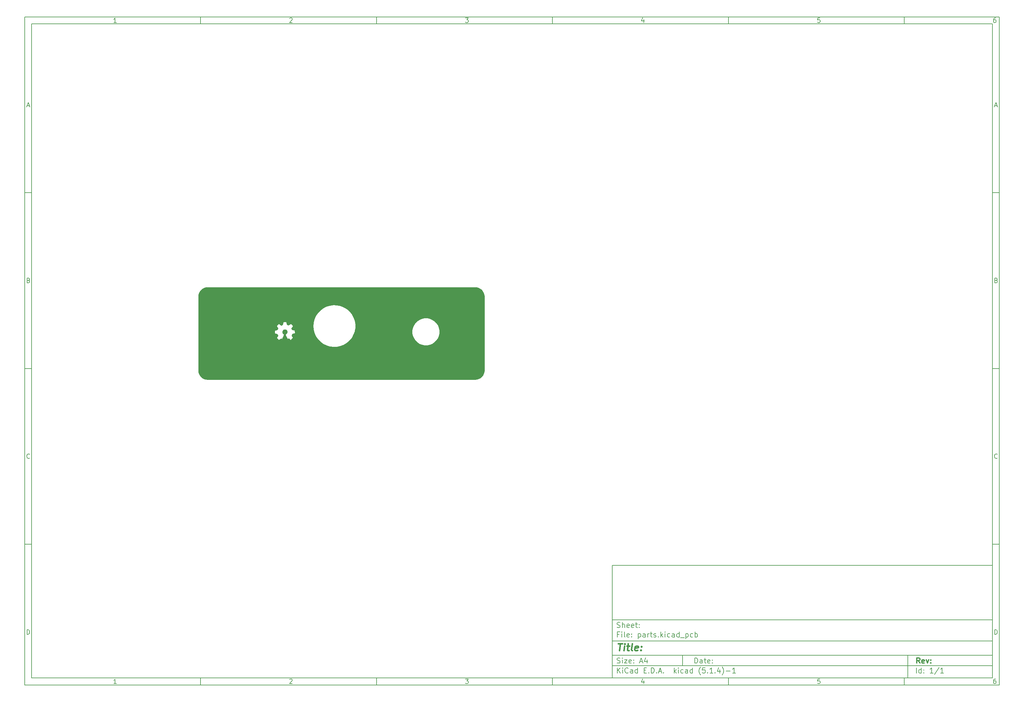
<source format=gtl>
G04 #@! TF.GenerationSoftware,KiCad,Pcbnew,(5.1.4)-1*
G04 #@! TF.CreationDate,2020-02-22T21:07:06+08:00*
G04 #@! TF.ProjectId,parts,70617274-732e-46b6-9963-61645f706362,rev?*
G04 #@! TF.SameCoordinates,Original*
G04 #@! TF.FileFunction,Copper,L1,Top*
G04 #@! TF.FilePolarity,Positive*
%FSLAX46Y46*%
G04 Gerber Fmt 4.6, Leading zero omitted, Abs format (unit mm)*
G04 Created by KiCad (PCBNEW (5.1.4)-1) date 2020-02-22 21:07:06*
%MOMM*%
%LPD*%
G04 APERTURE LIST*
%ADD10C,0.150000*%
%ADD11C,0.300000*%
%ADD12C,0.400000*%
%ADD13O,2.500000X1.500000*%
%ADD14C,0.600000*%
%ADD15C,4.560000*%
%ADD16C,0.800000*%
%ADD17C,0.900000*%
%ADD18C,0.600000*%
%ADD19C,0.254000*%
G04 APERTURE END LIST*
D10*
X177002200Y-166007200D02*
X177002200Y-198007200D01*
X285002200Y-198007200D01*
X285002200Y-166007200D01*
X177002200Y-166007200D01*
X10000000Y-10000000D02*
X10000000Y-200007200D01*
X287002200Y-200007200D01*
X287002200Y-10000000D01*
X10000000Y-10000000D01*
X12000000Y-12000000D02*
X12000000Y-198007200D01*
X285002200Y-198007200D01*
X285002200Y-12000000D01*
X12000000Y-12000000D01*
X60000000Y-12000000D02*
X60000000Y-10000000D01*
X110000000Y-12000000D02*
X110000000Y-10000000D01*
X160000000Y-12000000D02*
X160000000Y-10000000D01*
X210000000Y-12000000D02*
X210000000Y-10000000D01*
X260000000Y-12000000D02*
X260000000Y-10000000D01*
X36065476Y-11588095D02*
X35322619Y-11588095D01*
X35694047Y-11588095D02*
X35694047Y-10288095D01*
X35570238Y-10473809D01*
X35446428Y-10597619D01*
X35322619Y-10659523D01*
X85322619Y-10411904D02*
X85384523Y-10350000D01*
X85508333Y-10288095D01*
X85817857Y-10288095D01*
X85941666Y-10350000D01*
X86003571Y-10411904D01*
X86065476Y-10535714D01*
X86065476Y-10659523D01*
X86003571Y-10845238D01*
X85260714Y-11588095D01*
X86065476Y-11588095D01*
X135260714Y-10288095D02*
X136065476Y-10288095D01*
X135632142Y-10783333D01*
X135817857Y-10783333D01*
X135941666Y-10845238D01*
X136003571Y-10907142D01*
X136065476Y-11030952D01*
X136065476Y-11340476D01*
X136003571Y-11464285D01*
X135941666Y-11526190D01*
X135817857Y-11588095D01*
X135446428Y-11588095D01*
X135322619Y-11526190D01*
X135260714Y-11464285D01*
X185941666Y-10721428D02*
X185941666Y-11588095D01*
X185632142Y-10226190D02*
X185322619Y-11154761D01*
X186127380Y-11154761D01*
X236003571Y-10288095D02*
X235384523Y-10288095D01*
X235322619Y-10907142D01*
X235384523Y-10845238D01*
X235508333Y-10783333D01*
X235817857Y-10783333D01*
X235941666Y-10845238D01*
X236003571Y-10907142D01*
X236065476Y-11030952D01*
X236065476Y-11340476D01*
X236003571Y-11464285D01*
X235941666Y-11526190D01*
X235817857Y-11588095D01*
X235508333Y-11588095D01*
X235384523Y-11526190D01*
X235322619Y-11464285D01*
X285941666Y-10288095D02*
X285694047Y-10288095D01*
X285570238Y-10350000D01*
X285508333Y-10411904D01*
X285384523Y-10597619D01*
X285322619Y-10845238D01*
X285322619Y-11340476D01*
X285384523Y-11464285D01*
X285446428Y-11526190D01*
X285570238Y-11588095D01*
X285817857Y-11588095D01*
X285941666Y-11526190D01*
X286003571Y-11464285D01*
X286065476Y-11340476D01*
X286065476Y-11030952D01*
X286003571Y-10907142D01*
X285941666Y-10845238D01*
X285817857Y-10783333D01*
X285570238Y-10783333D01*
X285446428Y-10845238D01*
X285384523Y-10907142D01*
X285322619Y-11030952D01*
X60000000Y-198007200D02*
X60000000Y-200007200D01*
X110000000Y-198007200D02*
X110000000Y-200007200D01*
X160000000Y-198007200D02*
X160000000Y-200007200D01*
X210000000Y-198007200D02*
X210000000Y-200007200D01*
X260000000Y-198007200D02*
X260000000Y-200007200D01*
X36065476Y-199595295D02*
X35322619Y-199595295D01*
X35694047Y-199595295D02*
X35694047Y-198295295D01*
X35570238Y-198481009D01*
X35446428Y-198604819D01*
X35322619Y-198666723D01*
X85322619Y-198419104D02*
X85384523Y-198357200D01*
X85508333Y-198295295D01*
X85817857Y-198295295D01*
X85941666Y-198357200D01*
X86003571Y-198419104D01*
X86065476Y-198542914D01*
X86065476Y-198666723D01*
X86003571Y-198852438D01*
X85260714Y-199595295D01*
X86065476Y-199595295D01*
X135260714Y-198295295D02*
X136065476Y-198295295D01*
X135632142Y-198790533D01*
X135817857Y-198790533D01*
X135941666Y-198852438D01*
X136003571Y-198914342D01*
X136065476Y-199038152D01*
X136065476Y-199347676D01*
X136003571Y-199471485D01*
X135941666Y-199533390D01*
X135817857Y-199595295D01*
X135446428Y-199595295D01*
X135322619Y-199533390D01*
X135260714Y-199471485D01*
X185941666Y-198728628D02*
X185941666Y-199595295D01*
X185632142Y-198233390D02*
X185322619Y-199161961D01*
X186127380Y-199161961D01*
X236003571Y-198295295D02*
X235384523Y-198295295D01*
X235322619Y-198914342D01*
X235384523Y-198852438D01*
X235508333Y-198790533D01*
X235817857Y-198790533D01*
X235941666Y-198852438D01*
X236003571Y-198914342D01*
X236065476Y-199038152D01*
X236065476Y-199347676D01*
X236003571Y-199471485D01*
X235941666Y-199533390D01*
X235817857Y-199595295D01*
X235508333Y-199595295D01*
X235384523Y-199533390D01*
X235322619Y-199471485D01*
X285941666Y-198295295D02*
X285694047Y-198295295D01*
X285570238Y-198357200D01*
X285508333Y-198419104D01*
X285384523Y-198604819D01*
X285322619Y-198852438D01*
X285322619Y-199347676D01*
X285384523Y-199471485D01*
X285446428Y-199533390D01*
X285570238Y-199595295D01*
X285817857Y-199595295D01*
X285941666Y-199533390D01*
X286003571Y-199471485D01*
X286065476Y-199347676D01*
X286065476Y-199038152D01*
X286003571Y-198914342D01*
X285941666Y-198852438D01*
X285817857Y-198790533D01*
X285570238Y-198790533D01*
X285446428Y-198852438D01*
X285384523Y-198914342D01*
X285322619Y-199038152D01*
X10000000Y-60000000D02*
X12000000Y-60000000D01*
X10000000Y-110000000D02*
X12000000Y-110000000D01*
X10000000Y-160000000D02*
X12000000Y-160000000D01*
X10690476Y-35216666D02*
X11309523Y-35216666D01*
X10566666Y-35588095D02*
X11000000Y-34288095D01*
X11433333Y-35588095D01*
X11092857Y-84907142D02*
X11278571Y-84969047D01*
X11340476Y-85030952D01*
X11402380Y-85154761D01*
X11402380Y-85340476D01*
X11340476Y-85464285D01*
X11278571Y-85526190D01*
X11154761Y-85588095D01*
X10659523Y-85588095D01*
X10659523Y-84288095D01*
X11092857Y-84288095D01*
X11216666Y-84350000D01*
X11278571Y-84411904D01*
X11340476Y-84535714D01*
X11340476Y-84659523D01*
X11278571Y-84783333D01*
X11216666Y-84845238D01*
X11092857Y-84907142D01*
X10659523Y-84907142D01*
X11402380Y-135464285D02*
X11340476Y-135526190D01*
X11154761Y-135588095D01*
X11030952Y-135588095D01*
X10845238Y-135526190D01*
X10721428Y-135402380D01*
X10659523Y-135278571D01*
X10597619Y-135030952D01*
X10597619Y-134845238D01*
X10659523Y-134597619D01*
X10721428Y-134473809D01*
X10845238Y-134350000D01*
X11030952Y-134288095D01*
X11154761Y-134288095D01*
X11340476Y-134350000D01*
X11402380Y-134411904D01*
X10659523Y-185588095D02*
X10659523Y-184288095D01*
X10969047Y-184288095D01*
X11154761Y-184350000D01*
X11278571Y-184473809D01*
X11340476Y-184597619D01*
X11402380Y-184845238D01*
X11402380Y-185030952D01*
X11340476Y-185278571D01*
X11278571Y-185402380D01*
X11154761Y-185526190D01*
X10969047Y-185588095D01*
X10659523Y-185588095D01*
X287002200Y-60000000D02*
X285002200Y-60000000D01*
X287002200Y-110000000D02*
X285002200Y-110000000D01*
X287002200Y-160000000D02*
X285002200Y-160000000D01*
X285692676Y-35216666D02*
X286311723Y-35216666D01*
X285568866Y-35588095D02*
X286002200Y-34288095D01*
X286435533Y-35588095D01*
X286095057Y-84907142D02*
X286280771Y-84969047D01*
X286342676Y-85030952D01*
X286404580Y-85154761D01*
X286404580Y-85340476D01*
X286342676Y-85464285D01*
X286280771Y-85526190D01*
X286156961Y-85588095D01*
X285661723Y-85588095D01*
X285661723Y-84288095D01*
X286095057Y-84288095D01*
X286218866Y-84350000D01*
X286280771Y-84411904D01*
X286342676Y-84535714D01*
X286342676Y-84659523D01*
X286280771Y-84783333D01*
X286218866Y-84845238D01*
X286095057Y-84907142D01*
X285661723Y-84907142D01*
X286404580Y-135464285D02*
X286342676Y-135526190D01*
X286156961Y-135588095D01*
X286033152Y-135588095D01*
X285847438Y-135526190D01*
X285723628Y-135402380D01*
X285661723Y-135278571D01*
X285599819Y-135030952D01*
X285599819Y-134845238D01*
X285661723Y-134597619D01*
X285723628Y-134473809D01*
X285847438Y-134350000D01*
X286033152Y-134288095D01*
X286156961Y-134288095D01*
X286342676Y-134350000D01*
X286404580Y-134411904D01*
X285661723Y-185588095D02*
X285661723Y-184288095D01*
X285971247Y-184288095D01*
X286156961Y-184350000D01*
X286280771Y-184473809D01*
X286342676Y-184597619D01*
X286404580Y-184845238D01*
X286404580Y-185030952D01*
X286342676Y-185278571D01*
X286280771Y-185402380D01*
X286156961Y-185526190D01*
X285971247Y-185588095D01*
X285661723Y-185588095D01*
X200434342Y-193785771D02*
X200434342Y-192285771D01*
X200791485Y-192285771D01*
X201005771Y-192357200D01*
X201148628Y-192500057D01*
X201220057Y-192642914D01*
X201291485Y-192928628D01*
X201291485Y-193142914D01*
X201220057Y-193428628D01*
X201148628Y-193571485D01*
X201005771Y-193714342D01*
X200791485Y-193785771D01*
X200434342Y-193785771D01*
X202577200Y-193785771D02*
X202577200Y-193000057D01*
X202505771Y-192857200D01*
X202362914Y-192785771D01*
X202077200Y-192785771D01*
X201934342Y-192857200D01*
X202577200Y-193714342D02*
X202434342Y-193785771D01*
X202077200Y-193785771D01*
X201934342Y-193714342D01*
X201862914Y-193571485D01*
X201862914Y-193428628D01*
X201934342Y-193285771D01*
X202077200Y-193214342D01*
X202434342Y-193214342D01*
X202577200Y-193142914D01*
X203077200Y-192785771D02*
X203648628Y-192785771D01*
X203291485Y-192285771D02*
X203291485Y-193571485D01*
X203362914Y-193714342D01*
X203505771Y-193785771D01*
X203648628Y-193785771D01*
X204720057Y-193714342D02*
X204577200Y-193785771D01*
X204291485Y-193785771D01*
X204148628Y-193714342D01*
X204077200Y-193571485D01*
X204077200Y-193000057D01*
X204148628Y-192857200D01*
X204291485Y-192785771D01*
X204577200Y-192785771D01*
X204720057Y-192857200D01*
X204791485Y-193000057D01*
X204791485Y-193142914D01*
X204077200Y-193285771D01*
X205434342Y-193642914D02*
X205505771Y-193714342D01*
X205434342Y-193785771D01*
X205362914Y-193714342D01*
X205434342Y-193642914D01*
X205434342Y-193785771D01*
X205434342Y-192857200D02*
X205505771Y-192928628D01*
X205434342Y-193000057D01*
X205362914Y-192928628D01*
X205434342Y-192857200D01*
X205434342Y-193000057D01*
X177002200Y-194507200D02*
X285002200Y-194507200D01*
X178434342Y-196585771D02*
X178434342Y-195085771D01*
X179291485Y-196585771D02*
X178648628Y-195728628D01*
X179291485Y-195085771D02*
X178434342Y-195942914D01*
X179934342Y-196585771D02*
X179934342Y-195585771D01*
X179934342Y-195085771D02*
X179862914Y-195157200D01*
X179934342Y-195228628D01*
X180005771Y-195157200D01*
X179934342Y-195085771D01*
X179934342Y-195228628D01*
X181505771Y-196442914D02*
X181434342Y-196514342D01*
X181220057Y-196585771D01*
X181077200Y-196585771D01*
X180862914Y-196514342D01*
X180720057Y-196371485D01*
X180648628Y-196228628D01*
X180577200Y-195942914D01*
X180577200Y-195728628D01*
X180648628Y-195442914D01*
X180720057Y-195300057D01*
X180862914Y-195157200D01*
X181077200Y-195085771D01*
X181220057Y-195085771D01*
X181434342Y-195157200D01*
X181505771Y-195228628D01*
X182791485Y-196585771D02*
X182791485Y-195800057D01*
X182720057Y-195657200D01*
X182577200Y-195585771D01*
X182291485Y-195585771D01*
X182148628Y-195657200D01*
X182791485Y-196514342D02*
X182648628Y-196585771D01*
X182291485Y-196585771D01*
X182148628Y-196514342D01*
X182077200Y-196371485D01*
X182077200Y-196228628D01*
X182148628Y-196085771D01*
X182291485Y-196014342D01*
X182648628Y-196014342D01*
X182791485Y-195942914D01*
X184148628Y-196585771D02*
X184148628Y-195085771D01*
X184148628Y-196514342D02*
X184005771Y-196585771D01*
X183720057Y-196585771D01*
X183577200Y-196514342D01*
X183505771Y-196442914D01*
X183434342Y-196300057D01*
X183434342Y-195871485D01*
X183505771Y-195728628D01*
X183577200Y-195657200D01*
X183720057Y-195585771D01*
X184005771Y-195585771D01*
X184148628Y-195657200D01*
X186005771Y-195800057D02*
X186505771Y-195800057D01*
X186720057Y-196585771D02*
X186005771Y-196585771D01*
X186005771Y-195085771D01*
X186720057Y-195085771D01*
X187362914Y-196442914D02*
X187434342Y-196514342D01*
X187362914Y-196585771D01*
X187291485Y-196514342D01*
X187362914Y-196442914D01*
X187362914Y-196585771D01*
X188077200Y-196585771D02*
X188077200Y-195085771D01*
X188434342Y-195085771D01*
X188648628Y-195157200D01*
X188791485Y-195300057D01*
X188862914Y-195442914D01*
X188934342Y-195728628D01*
X188934342Y-195942914D01*
X188862914Y-196228628D01*
X188791485Y-196371485D01*
X188648628Y-196514342D01*
X188434342Y-196585771D01*
X188077200Y-196585771D01*
X189577200Y-196442914D02*
X189648628Y-196514342D01*
X189577200Y-196585771D01*
X189505771Y-196514342D01*
X189577200Y-196442914D01*
X189577200Y-196585771D01*
X190220057Y-196157200D02*
X190934342Y-196157200D01*
X190077200Y-196585771D02*
X190577200Y-195085771D01*
X191077200Y-196585771D01*
X191577200Y-196442914D02*
X191648628Y-196514342D01*
X191577200Y-196585771D01*
X191505771Y-196514342D01*
X191577200Y-196442914D01*
X191577200Y-196585771D01*
X194577200Y-196585771D02*
X194577200Y-195085771D01*
X194720057Y-196014342D02*
X195148628Y-196585771D01*
X195148628Y-195585771D02*
X194577200Y-196157200D01*
X195791485Y-196585771D02*
X195791485Y-195585771D01*
X195791485Y-195085771D02*
X195720057Y-195157200D01*
X195791485Y-195228628D01*
X195862914Y-195157200D01*
X195791485Y-195085771D01*
X195791485Y-195228628D01*
X197148628Y-196514342D02*
X197005771Y-196585771D01*
X196720057Y-196585771D01*
X196577200Y-196514342D01*
X196505771Y-196442914D01*
X196434342Y-196300057D01*
X196434342Y-195871485D01*
X196505771Y-195728628D01*
X196577200Y-195657200D01*
X196720057Y-195585771D01*
X197005771Y-195585771D01*
X197148628Y-195657200D01*
X198434342Y-196585771D02*
X198434342Y-195800057D01*
X198362914Y-195657200D01*
X198220057Y-195585771D01*
X197934342Y-195585771D01*
X197791485Y-195657200D01*
X198434342Y-196514342D02*
X198291485Y-196585771D01*
X197934342Y-196585771D01*
X197791485Y-196514342D01*
X197720057Y-196371485D01*
X197720057Y-196228628D01*
X197791485Y-196085771D01*
X197934342Y-196014342D01*
X198291485Y-196014342D01*
X198434342Y-195942914D01*
X199791485Y-196585771D02*
X199791485Y-195085771D01*
X199791485Y-196514342D02*
X199648628Y-196585771D01*
X199362914Y-196585771D01*
X199220057Y-196514342D01*
X199148628Y-196442914D01*
X199077200Y-196300057D01*
X199077200Y-195871485D01*
X199148628Y-195728628D01*
X199220057Y-195657200D01*
X199362914Y-195585771D01*
X199648628Y-195585771D01*
X199791485Y-195657200D01*
X202077200Y-197157200D02*
X202005771Y-197085771D01*
X201862914Y-196871485D01*
X201791485Y-196728628D01*
X201720057Y-196514342D01*
X201648628Y-196157200D01*
X201648628Y-195871485D01*
X201720057Y-195514342D01*
X201791485Y-195300057D01*
X201862914Y-195157200D01*
X202005771Y-194942914D01*
X202077200Y-194871485D01*
X203362914Y-195085771D02*
X202648628Y-195085771D01*
X202577200Y-195800057D01*
X202648628Y-195728628D01*
X202791485Y-195657200D01*
X203148628Y-195657200D01*
X203291485Y-195728628D01*
X203362914Y-195800057D01*
X203434342Y-195942914D01*
X203434342Y-196300057D01*
X203362914Y-196442914D01*
X203291485Y-196514342D01*
X203148628Y-196585771D01*
X202791485Y-196585771D01*
X202648628Y-196514342D01*
X202577200Y-196442914D01*
X204077200Y-196442914D02*
X204148628Y-196514342D01*
X204077200Y-196585771D01*
X204005771Y-196514342D01*
X204077200Y-196442914D01*
X204077200Y-196585771D01*
X205577200Y-196585771D02*
X204720057Y-196585771D01*
X205148628Y-196585771D02*
X205148628Y-195085771D01*
X205005771Y-195300057D01*
X204862914Y-195442914D01*
X204720057Y-195514342D01*
X206220057Y-196442914D02*
X206291485Y-196514342D01*
X206220057Y-196585771D01*
X206148628Y-196514342D01*
X206220057Y-196442914D01*
X206220057Y-196585771D01*
X207577200Y-195585771D02*
X207577200Y-196585771D01*
X207220057Y-195014342D02*
X206862914Y-196085771D01*
X207791485Y-196085771D01*
X208220057Y-197157200D02*
X208291485Y-197085771D01*
X208434342Y-196871485D01*
X208505771Y-196728628D01*
X208577200Y-196514342D01*
X208648628Y-196157200D01*
X208648628Y-195871485D01*
X208577200Y-195514342D01*
X208505771Y-195300057D01*
X208434342Y-195157200D01*
X208291485Y-194942914D01*
X208220057Y-194871485D01*
X209362914Y-196014342D02*
X210505771Y-196014342D01*
X212005771Y-196585771D02*
X211148628Y-196585771D01*
X211577200Y-196585771D02*
X211577200Y-195085771D01*
X211434342Y-195300057D01*
X211291485Y-195442914D01*
X211148628Y-195514342D01*
X177002200Y-191507200D02*
X285002200Y-191507200D01*
D11*
X264411485Y-193785771D02*
X263911485Y-193071485D01*
X263554342Y-193785771D02*
X263554342Y-192285771D01*
X264125771Y-192285771D01*
X264268628Y-192357200D01*
X264340057Y-192428628D01*
X264411485Y-192571485D01*
X264411485Y-192785771D01*
X264340057Y-192928628D01*
X264268628Y-193000057D01*
X264125771Y-193071485D01*
X263554342Y-193071485D01*
X265625771Y-193714342D02*
X265482914Y-193785771D01*
X265197200Y-193785771D01*
X265054342Y-193714342D01*
X264982914Y-193571485D01*
X264982914Y-193000057D01*
X265054342Y-192857200D01*
X265197200Y-192785771D01*
X265482914Y-192785771D01*
X265625771Y-192857200D01*
X265697200Y-193000057D01*
X265697200Y-193142914D01*
X264982914Y-193285771D01*
X266197200Y-192785771D02*
X266554342Y-193785771D01*
X266911485Y-192785771D01*
X267482914Y-193642914D02*
X267554342Y-193714342D01*
X267482914Y-193785771D01*
X267411485Y-193714342D01*
X267482914Y-193642914D01*
X267482914Y-193785771D01*
X267482914Y-192857200D02*
X267554342Y-192928628D01*
X267482914Y-193000057D01*
X267411485Y-192928628D01*
X267482914Y-192857200D01*
X267482914Y-193000057D01*
D10*
X178362914Y-193714342D02*
X178577200Y-193785771D01*
X178934342Y-193785771D01*
X179077200Y-193714342D01*
X179148628Y-193642914D01*
X179220057Y-193500057D01*
X179220057Y-193357200D01*
X179148628Y-193214342D01*
X179077200Y-193142914D01*
X178934342Y-193071485D01*
X178648628Y-193000057D01*
X178505771Y-192928628D01*
X178434342Y-192857200D01*
X178362914Y-192714342D01*
X178362914Y-192571485D01*
X178434342Y-192428628D01*
X178505771Y-192357200D01*
X178648628Y-192285771D01*
X179005771Y-192285771D01*
X179220057Y-192357200D01*
X179862914Y-193785771D02*
X179862914Y-192785771D01*
X179862914Y-192285771D02*
X179791485Y-192357200D01*
X179862914Y-192428628D01*
X179934342Y-192357200D01*
X179862914Y-192285771D01*
X179862914Y-192428628D01*
X180434342Y-192785771D02*
X181220057Y-192785771D01*
X180434342Y-193785771D01*
X181220057Y-193785771D01*
X182362914Y-193714342D02*
X182220057Y-193785771D01*
X181934342Y-193785771D01*
X181791485Y-193714342D01*
X181720057Y-193571485D01*
X181720057Y-193000057D01*
X181791485Y-192857200D01*
X181934342Y-192785771D01*
X182220057Y-192785771D01*
X182362914Y-192857200D01*
X182434342Y-193000057D01*
X182434342Y-193142914D01*
X181720057Y-193285771D01*
X183077200Y-193642914D02*
X183148628Y-193714342D01*
X183077200Y-193785771D01*
X183005771Y-193714342D01*
X183077200Y-193642914D01*
X183077200Y-193785771D01*
X183077200Y-192857200D02*
X183148628Y-192928628D01*
X183077200Y-193000057D01*
X183005771Y-192928628D01*
X183077200Y-192857200D01*
X183077200Y-193000057D01*
X184862914Y-193357200D02*
X185577200Y-193357200D01*
X184720057Y-193785771D02*
X185220057Y-192285771D01*
X185720057Y-193785771D01*
X186862914Y-192785771D02*
X186862914Y-193785771D01*
X186505771Y-192214342D02*
X186148628Y-193285771D01*
X187077200Y-193285771D01*
X263434342Y-196585771D02*
X263434342Y-195085771D01*
X264791485Y-196585771D02*
X264791485Y-195085771D01*
X264791485Y-196514342D02*
X264648628Y-196585771D01*
X264362914Y-196585771D01*
X264220057Y-196514342D01*
X264148628Y-196442914D01*
X264077200Y-196300057D01*
X264077200Y-195871485D01*
X264148628Y-195728628D01*
X264220057Y-195657200D01*
X264362914Y-195585771D01*
X264648628Y-195585771D01*
X264791485Y-195657200D01*
X265505771Y-196442914D02*
X265577200Y-196514342D01*
X265505771Y-196585771D01*
X265434342Y-196514342D01*
X265505771Y-196442914D01*
X265505771Y-196585771D01*
X265505771Y-195657200D02*
X265577200Y-195728628D01*
X265505771Y-195800057D01*
X265434342Y-195728628D01*
X265505771Y-195657200D01*
X265505771Y-195800057D01*
X268148628Y-196585771D02*
X267291485Y-196585771D01*
X267720057Y-196585771D02*
X267720057Y-195085771D01*
X267577200Y-195300057D01*
X267434342Y-195442914D01*
X267291485Y-195514342D01*
X269862914Y-195014342D02*
X268577200Y-196942914D01*
X271148628Y-196585771D02*
X270291485Y-196585771D01*
X270720057Y-196585771D02*
X270720057Y-195085771D01*
X270577200Y-195300057D01*
X270434342Y-195442914D01*
X270291485Y-195514342D01*
X177002200Y-187507200D02*
X285002200Y-187507200D01*
D12*
X178714580Y-188211961D02*
X179857438Y-188211961D01*
X179036009Y-190211961D02*
X179286009Y-188211961D01*
X180274104Y-190211961D02*
X180440771Y-188878628D01*
X180524104Y-188211961D02*
X180416961Y-188307200D01*
X180500295Y-188402438D01*
X180607438Y-188307200D01*
X180524104Y-188211961D01*
X180500295Y-188402438D01*
X181107438Y-188878628D02*
X181869342Y-188878628D01*
X181476485Y-188211961D02*
X181262200Y-189926247D01*
X181333628Y-190116723D01*
X181512200Y-190211961D01*
X181702676Y-190211961D01*
X182655057Y-190211961D02*
X182476485Y-190116723D01*
X182405057Y-189926247D01*
X182619342Y-188211961D01*
X184190771Y-190116723D02*
X183988390Y-190211961D01*
X183607438Y-190211961D01*
X183428866Y-190116723D01*
X183357438Y-189926247D01*
X183452676Y-189164342D01*
X183571723Y-188973866D01*
X183774104Y-188878628D01*
X184155057Y-188878628D01*
X184333628Y-188973866D01*
X184405057Y-189164342D01*
X184381247Y-189354819D01*
X183405057Y-189545295D01*
X185155057Y-190021485D02*
X185238390Y-190116723D01*
X185131247Y-190211961D01*
X185047914Y-190116723D01*
X185155057Y-190021485D01*
X185131247Y-190211961D01*
X185286009Y-188973866D02*
X185369342Y-189069104D01*
X185262200Y-189164342D01*
X185178866Y-189069104D01*
X185286009Y-188973866D01*
X185262200Y-189164342D01*
D10*
X178934342Y-185600057D02*
X178434342Y-185600057D01*
X178434342Y-186385771D02*
X178434342Y-184885771D01*
X179148628Y-184885771D01*
X179720057Y-186385771D02*
X179720057Y-185385771D01*
X179720057Y-184885771D02*
X179648628Y-184957200D01*
X179720057Y-185028628D01*
X179791485Y-184957200D01*
X179720057Y-184885771D01*
X179720057Y-185028628D01*
X180648628Y-186385771D02*
X180505771Y-186314342D01*
X180434342Y-186171485D01*
X180434342Y-184885771D01*
X181791485Y-186314342D02*
X181648628Y-186385771D01*
X181362914Y-186385771D01*
X181220057Y-186314342D01*
X181148628Y-186171485D01*
X181148628Y-185600057D01*
X181220057Y-185457200D01*
X181362914Y-185385771D01*
X181648628Y-185385771D01*
X181791485Y-185457200D01*
X181862914Y-185600057D01*
X181862914Y-185742914D01*
X181148628Y-185885771D01*
X182505771Y-186242914D02*
X182577200Y-186314342D01*
X182505771Y-186385771D01*
X182434342Y-186314342D01*
X182505771Y-186242914D01*
X182505771Y-186385771D01*
X182505771Y-185457200D02*
X182577200Y-185528628D01*
X182505771Y-185600057D01*
X182434342Y-185528628D01*
X182505771Y-185457200D01*
X182505771Y-185600057D01*
X184362914Y-185385771D02*
X184362914Y-186885771D01*
X184362914Y-185457200D02*
X184505771Y-185385771D01*
X184791485Y-185385771D01*
X184934342Y-185457200D01*
X185005771Y-185528628D01*
X185077200Y-185671485D01*
X185077200Y-186100057D01*
X185005771Y-186242914D01*
X184934342Y-186314342D01*
X184791485Y-186385771D01*
X184505771Y-186385771D01*
X184362914Y-186314342D01*
X186362914Y-186385771D02*
X186362914Y-185600057D01*
X186291485Y-185457200D01*
X186148628Y-185385771D01*
X185862914Y-185385771D01*
X185720057Y-185457200D01*
X186362914Y-186314342D02*
X186220057Y-186385771D01*
X185862914Y-186385771D01*
X185720057Y-186314342D01*
X185648628Y-186171485D01*
X185648628Y-186028628D01*
X185720057Y-185885771D01*
X185862914Y-185814342D01*
X186220057Y-185814342D01*
X186362914Y-185742914D01*
X187077200Y-186385771D02*
X187077200Y-185385771D01*
X187077200Y-185671485D02*
X187148628Y-185528628D01*
X187220057Y-185457200D01*
X187362914Y-185385771D01*
X187505771Y-185385771D01*
X187791485Y-185385771D02*
X188362914Y-185385771D01*
X188005771Y-184885771D02*
X188005771Y-186171485D01*
X188077200Y-186314342D01*
X188220057Y-186385771D01*
X188362914Y-186385771D01*
X188791485Y-186314342D02*
X188934342Y-186385771D01*
X189220057Y-186385771D01*
X189362914Y-186314342D01*
X189434342Y-186171485D01*
X189434342Y-186100057D01*
X189362914Y-185957200D01*
X189220057Y-185885771D01*
X189005771Y-185885771D01*
X188862914Y-185814342D01*
X188791485Y-185671485D01*
X188791485Y-185600057D01*
X188862914Y-185457200D01*
X189005771Y-185385771D01*
X189220057Y-185385771D01*
X189362914Y-185457200D01*
X190077200Y-186242914D02*
X190148628Y-186314342D01*
X190077200Y-186385771D01*
X190005771Y-186314342D01*
X190077200Y-186242914D01*
X190077200Y-186385771D01*
X190791485Y-186385771D02*
X190791485Y-184885771D01*
X190934342Y-185814342D02*
X191362914Y-186385771D01*
X191362914Y-185385771D02*
X190791485Y-185957200D01*
X192005771Y-186385771D02*
X192005771Y-185385771D01*
X192005771Y-184885771D02*
X191934342Y-184957200D01*
X192005771Y-185028628D01*
X192077200Y-184957200D01*
X192005771Y-184885771D01*
X192005771Y-185028628D01*
X193362914Y-186314342D02*
X193220057Y-186385771D01*
X192934342Y-186385771D01*
X192791485Y-186314342D01*
X192720057Y-186242914D01*
X192648628Y-186100057D01*
X192648628Y-185671485D01*
X192720057Y-185528628D01*
X192791485Y-185457200D01*
X192934342Y-185385771D01*
X193220057Y-185385771D01*
X193362914Y-185457200D01*
X194648628Y-186385771D02*
X194648628Y-185600057D01*
X194577200Y-185457200D01*
X194434342Y-185385771D01*
X194148628Y-185385771D01*
X194005771Y-185457200D01*
X194648628Y-186314342D02*
X194505771Y-186385771D01*
X194148628Y-186385771D01*
X194005771Y-186314342D01*
X193934342Y-186171485D01*
X193934342Y-186028628D01*
X194005771Y-185885771D01*
X194148628Y-185814342D01*
X194505771Y-185814342D01*
X194648628Y-185742914D01*
X196005771Y-186385771D02*
X196005771Y-184885771D01*
X196005771Y-186314342D02*
X195862914Y-186385771D01*
X195577200Y-186385771D01*
X195434342Y-186314342D01*
X195362914Y-186242914D01*
X195291485Y-186100057D01*
X195291485Y-185671485D01*
X195362914Y-185528628D01*
X195434342Y-185457200D01*
X195577200Y-185385771D01*
X195862914Y-185385771D01*
X196005771Y-185457200D01*
X196362914Y-186528628D02*
X197505771Y-186528628D01*
X197862914Y-185385771D02*
X197862914Y-186885771D01*
X197862914Y-185457200D02*
X198005771Y-185385771D01*
X198291485Y-185385771D01*
X198434342Y-185457200D01*
X198505771Y-185528628D01*
X198577200Y-185671485D01*
X198577200Y-186100057D01*
X198505771Y-186242914D01*
X198434342Y-186314342D01*
X198291485Y-186385771D01*
X198005771Y-186385771D01*
X197862914Y-186314342D01*
X199862914Y-186314342D02*
X199720057Y-186385771D01*
X199434342Y-186385771D01*
X199291485Y-186314342D01*
X199220057Y-186242914D01*
X199148628Y-186100057D01*
X199148628Y-185671485D01*
X199220057Y-185528628D01*
X199291485Y-185457200D01*
X199434342Y-185385771D01*
X199720057Y-185385771D01*
X199862914Y-185457200D01*
X200505771Y-186385771D02*
X200505771Y-184885771D01*
X200505771Y-185457200D02*
X200648628Y-185385771D01*
X200934342Y-185385771D01*
X201077200Y-185457200D01*
X201148628Y-185528628D01*
X201220057Y-185671485D01*
X201220057Y-186100057D01*
X201148628Y-186242914D01*
X201077200Y-186314342D01*
X200934342Y-186385771D01*
X200648628Y-186385771D01*
X200505771Y-186314342D01*
X177002200Y-181507200D02*
X285002200Y-181507200D01*
X178362914Y-183614342D02*
X178577200Y-183685771D01*
X178934342Y-183685771D01*
X179077200Y-183614342D01*
X179148628Y-183542914D01*
X179220057Y-183400057D01*
X179220057Y-183257200D01*
X179148628Y-183114342D01*
X179077200Y-183042914D01*
X178934342Y-182971485D01*
X178648628Y-182900057D01*
X178505771Y-182828628D01*
X178434342Y-182757200D01*
X178362914Y-182614342D01*
X178362914Y-182471485D01*
X178434342Y-182328628D01*
X178505771Y-182257200D01*
X178648628Y-182185771D01*
X179005771Y-182185771D01*
X179220057Y-182257200D01*
X179862914Y-183685771D02*
X179862914Y-182185771D01*
X180505771Y-183685771D02*
X180505771Y-182900057D01*
X180434342Y-182757200D01*
X180291485Y-182685771D01*
X180077200Y-182685771D01*
X179934342Y-182757200D01*
X179862914Y-182828628D01*
X181791485Y-183614342D02*
X181648628Y-183685771D01*
X181362914Y-183685771D01*
X181220057Y-183614342D01*
X181148628Y-183471485D01*
X181148628Y-182900057D01*
X181220057Y-182757200D01*
X181362914Y-182685771D01*
X181648628Y-182685771D01*
X181791485Y-182757200D01*
X181862914Y-182900057D01*
X181862914Y-183042914D01*
X181148628Y-183185771D01*
X183077200Y-183614342D02*
X182934342Y-183685771D01*
X182648628Y-183685771D01*
X182505771Y-183614342D01*
X182434342Y-183471485D01*
X182434342Y-182900057D01*
X182505771Y-182757200D01*
X182648628Y-182685771D01*
X182934342Y-182685771D01*
X183077200Y-182757200D01*
X183148628Y-182900057D01*
X183148628Y-183042914D01*
X182434342Y-183185771D01*
X183577200Y-182685771D02*
X184148628Y-182685771D01*
X183791485Y-182185771D02*
X183791485Y-183471485D01*
X183862914Y-183614342D01*
X184005771Y-183685771D01*
X184148628Y-183685771D01*
X184648628Y-183542914D02*
X184720057Y-183614342D01*
X184648628Y-183685771D01*
X184577200Y-183614342D01*
X184648628Y-183542914D01*
X184648628Y-183685771D01*
X184648628Y-182757200D02*
X184720057Y-182828628D01*
X184648628Y-182900057D01*
X184577200Y-182828628D01*
X184648628Y-182757200D01*
X184648628Y-182900057D01*
X197002200Y-191507200D02*
X197002200Y-194507200D01*
X261002200Y-191507200D02*
X261002200Y-198007200D01*
D13*
X124000000Y-105525000D03*
D14*
X138260000Y-108740000D03*
X138780000Y-110000000D03*
D15*
X137000000Y-110000000D03*
D14*
X138260000Y-111260000D03*
X137000000Y-111780000D03*
X135220000Y-110000000D03*
X135740000Y-111260000D03*
X137000000Y-108220000D03*
X135740000Y-108740000D03*
X138260000Y-88740000D03*
X138780000Y-90000000D03*
D15*
X137000000Y-90000000D03*
D14*
X138260000Y-91260000D03*
X137000000Y-91780000D03*
X135220000Y-90000000D03*
X135740000Y-91260000D03*
X137000000Y-88220000D03*
X135740000Y-88740000D03*
X64260000Y-88740000D03*
X64780000Y-90000000D03*
D15*
X63000000Y-90000000D03*
D14*
X64260000Y-91260000D03*
X63000000Y-91780000D03*
X61220000Y-90000000D03*
X61740000Y-91260000D03*
X63000000Y-88220000D03*
X61740000Y-88740000D03*
X64260000Y-108740000D03*
X64780000Y-110000000D03*
D15*
X63000000Y-110000000D03*
D14*
X64260000Y-111260000D03*
X63000000Y-111780000D03*
X61220000Y-110000000D03*
X61740000Y-111260000D03*
X63000000Y-108220000D03*
X61740000Y-108740000D03*
D16*
X75910440Y-98460560D02*
X76316840Y-98460560D01*
X77673200Y-99816920D02*
X77673200Y-99829620D01*
X76316840Y-98460560D02*
X77673200Y-99816920D01*
X74996040Y-98460560D02*
X75910440Y-98460560D01*
X75910440Y-98460560D02*
X76575920Y-98460560D01*
X76918820Y-98869500D02*
X75692000Y-100096320D01*
X76918820Y-98803460D02*
X76918820Y-98869500D01*
X76575920Y-98460560D02*
X76918820Y-98803460D01*
X74996040Y-98460560D02*
X75661520Y-98460560D01*
X75661520Y-98460560D02*
X76918820Y-99717860D01*
X72644000Y-96504760D02*
X74236580Y-96504760D01*
X74236580Y-96504760D02*
X74599800Y-96867980D01*
X74599800Y-96867980D02*
X77561440Y-96867980D01*
X77561440Y-96867980D02*
X78790800Y-98097340D01*
X78790800Y-98097340D02*
X78790800Y-100360480D01*
X78790800Y-100360480D02*
X77030580Y-102120700D01*
X77030580Y-102120700D02*
X75102720Y-102120700D01*
X75102720Y-102120700D02*
X73202800Y-100220780D01*
X73202800Y-100220780D02*
X73202800Y-98600260D01*
X73202800Y-98600260D02*
X74348340Y-97454720D01*
X74348340Y-97454720D02*
X77309980Y-97454720D01*
X77309980Y-97454720D02*
X78176120Y-98320860D01*
X78176120Y-98320860D02*
X78176120Y-100220780D01*
X78176120Y-100220780D02*
X76807060Y-101589840D01*
X76807060Y-101589840D02*
X75018900Y-101589840D01*
X75018900Y-101589840D02*
X73957180Y-100528120D01*
X73957180Y-100528120D02*
X73957180Y-98572320D01*
X73957180Y-98572320D02*
X74571860Y-97957640D01*
X74571860Y-97957640D02*
X77058520Y-97957640D01*
X77058520Y-97957640D02*
X77673200Y-98572320D01*
X77673200Y-98572320D02*
X77673200Y-99829620D01*
X75354180Y-99159060D02*
X75801220Y-99606100D01*
X76918820Y-99717860D02*
X76108560Y-100528120D01*
X76108560Y-100528120D02*
X75549760Y-100528120D01*
X75549760Y-100528120D02*
X75186540Y-100164900D01*
X75186540Y-100164900D02*
X75186540Y-99242880D01*
X75186540Y-99242880D02*
X75354180Y-99075240D01*
X75354180Y-99075240D02*
X75354180Y-99159060D01*
X74963020Y-98460560D02*
X74996040Y-98460560D01*
X77673200Y-99829620D02*
X76387960Y-101114860D01*
X76387960Y-101114860D02*
X75130660Y-101114860D01*
X75130660Y-101114860D02*
X74599800Y-100584000D01*
X74599800Y-100584000D02*
X74599800Y-98823780D01*
X74599800Y-98823780D02*
X74963020Y-98460560D01*
X77673200Y-99829620D02*
X77673200Y-99829620D01*
X72707500Y-98224340D02*
X72707500Y-100200460D01*
X75026520Y-102519480D02*
X77525880Y-102519480D01*
X72707500Y-100200460D02*
X75026520Y-102519480D01*
X72707500Y-99060000D02*
X72707500Y-98224340D01*
X74653140Y-96278700D02*
X74653140Y-96088200D01*
X72707500Y-98224340D02*
X74653140Y-96278700D01*
X72707500Y-99060000D02*
X72707500Y-98554540D01*
X72707500Y-98554540D02*
X71851520Y-97698560D01*
X71628000Y-94449900D02*
X71628000Y-94564200D01*
X71628000Y-94564200D02*
X73342500Y-96278700D01*
X73342500Y-96278700D02*
X77571600Y-96278700D01*
X77571600Y-96278700D02*
X79308960Y-98016060D01*
X79308960Y-98016060D02*
X79308960Y-100736400D01*
X79308960Y-100736400D02*
X77525880Y-102519480D01*
X77099160Y-96088200D02*
X77099160Y-95669100D01*
X74653140Y-96088200D02*
X77099160Y-96088200D01*
X72707500Y-100230940D02*
X72707500Y-99060000D01*
X77525880Y-102519480D02*
X74904600Y-102519480D01*
X74904600Y-102519480D02*
X73266300Y-100881180D01*
X73266300Y-100881180D02*
X73266300Y-100789740D01*
X73266300Y-100789740D02*
X72707500Y-100230940D01*
D17*
X77724000Y-95669100D02*
X77769720Y-95714820D01*
X77099160Y-95669100D02*
X77724000Y-95669100D01*
D18*
X67956800Y-91223200D02*
X73187560Y-96453960D01*
D17*
X74467720Y-95669100D02*
X77099160Y-95669100D01*
X73850500Y-96286320D02*
X74467720Y-95669100D01*
X73634600Y-96286320D02*
X73850500Y-96286320D01*
X72707500Y-97213420D02*
X73634600Y-96286320D01*
X72707500Y-97990660D02*
X72707500Y-97213420D01*
X72214740Y-98483420D02*
X72707500Y-97990660D01*
X72214740Y-99204780D02*
X72214740Y-98483420D01*
X72336660Y-99326700D02*
X72214740Y-99204780D01*
X72336660Y-100507800D02*
X72336660Y-99326700D01*
X72710040Y-100881180D02*
X72336660Y-100507800D01*
X72710040Y-101338380D02*
X72710040Y-100881180D01*
X73479660Y-102108000D02*
X72710040Y-101338380D01*
X73662540Y-102108000D02*
X73479660Y-102108000D01*
X74355960Y-102801420D02*
X73662540Y-102108000D01*
X74843640Y-102801420D02*
X74355960Y-102801420D01*
X75054460Y-103012240D02*
X74843640Y-102801420D01*
X75387200Y-103012240D02*
X75054460Y-103012240D01*
D18*
X75453240Y-103078280D02*
X75387200Y-103012240D01*
X76291440Y-103078280D02*
X75453240Y-103078280D01*
X76387960Y-102981760D02*
X76291440Y-103078280D01*
X76901040Y-102981760D02*
X76387960Y-102981760D01*
X77007720Y-102875080D02*
X76901040Y-102981760D01*
X77447140Y-102875080D02*
X77007720Y-102875080D01*
X77630020Y-102692200D02*
X77447140Y-102875080D01*
X77807820Y-102692200D02*
X77630020Y-102692200D01*
X78110080Y-102389940D02*
X77807820Y-102692200D01*
X78219300Y-102389940D02*
X78110080Y-102389940D01*
X78526640Y-102082600D02*
X78219300Y-102389940D01*
X78562200Y-102082600D02*
X78526640Y-102082600D01*
X78986380Y-101658420D02*
X78562200Y-102082600D01*
X78986380Y-101589840D02*
X78986380Y-101658420D01*
X79275940Y-101300280D02*
X78986380Y-101589840D01*
X79275940Y-101132640D02*
X79275940Y-101300280D01*
X79519780Y-100888800D02*
X79275940Y-101132640D01*
X79519780Y-100632260D02*
X79519780Y-100888800D01*
X79687420Y-100464620D02*
X79519780Y-100632260D01*
X79687420Y-99951540D02*
X79687420Y-100464620D01*
X79809340Y-99829620D02*
X79687420Y-99951540D01*
X79809340Y-99179380D02*
X79809340Y-99829620D01*
X79804260Y-99174300D02*
X79809340Y-99179380D01*
X79804260Y-98800920D02*
X79804260Y-99174300D01*
X79743300Y-98739960D02*
X79804260Y-98800920D01*
X79743300Y-98422460D02*
X79743300Y-98739960D01*
X79659480Y-98338640D02*
X79743300Y-98422460D01*
X79659480Y-98087180D02*
X79659480Y-98338640D01*
X79522320Y-97950020D02*
X79659480Y-98087180D01*
X79522320Y-97698560D02*
X79522320Y-97950020D01*
X79369920Y-97546160D02*
X79522320Y-97698560D01*
X79369920Y-97467420D02*
X79369920Y-97546160D01*
X79138780Y-97236280D02*
X79369920Y-97467420D01*
X79138780Y-97106740D02*
X79138780Y-97236280D01*
X78892400Y-96860360D02*
X79138780Y-97106740D01*
X78892400Y-96789240D02*
X78892400Y-96860360D01*
X78714600Y-96611440D02*
X78892400Y-96789240D01*
X78714600Y-96598740D02*
X78714600Y-96611440D01*
X78491080Y-96375220D02*
X78714600Y-96598740D01*
X78435200Y-96375220D02*
X78491080Y-96375220D01*
X78165960Y-96105980D02*
X78435200Y-96375220D01*
X78016100Y-96105980D02*
X78165960Y-96105980D01*
X77830680Y-95920560D02*
X78016100Y-96105980D01*
X77708760Y-95920560D02*
X77830680Y-95920560D01*
X77538580Y-95750380D02*
X77708760Y-95920560D01*
X77363320Y-95750380D02*
X77538580Y-95750380D01*
X77269340Y-95656400D02*
X77363320Y-95750380D01*
X77002640Y-95656400D02*
X77269340Y-95656400D01*
X76875640Y-95529400D02*
X77002640Y-95656400D01*
X76438760Y-95529400D02*
X76875640Y-95529400D01*
X76382880Y-95473520D02*
X76438760Y-95529400D01*
X75793600Y-95473520D02*
X76382880Y-95473520D01*
X75752960Y-95514160D02*
X75793600Y-95473520D01*
X75305920Y-95514160D02*
X75752960Y-95514160D01*
X75214480Y-95605600D02*
X75305920Y-95514160D01*
X74797920Y-95605600D02*
X75214480Y-95605600D01*
X74620120Y-95783400D02*
X74797920Y-95605600D01*
X74325480Y-95783400D02*
X74620120Y-95783400D01*
X74046080Y-96062800D02*
X74325480Y-95783400D01*
X73863200Y-96062800D02*
X74046080Y-96062800D01*
X73472040Y-96453960D02*
X73863200Y-96062800D01*
X73187560Y-96453960D02*
X73472040Y-96453960D01*
X67956800Y-91223200D02*
X67956800Y-89623200D01*
X67956800Y-89623200D02*
X68850000Y-88730000D01*
D19*
G36*
X138493709Y-87006596D02*
G01*
X138968611Y-87149977D01*
X139406614Y-87382866D01*
X139791050Y-87696405D01*
X140107260Y-88078638D01*
X140343203Y-88515007D01*
X140489898Y-88988899D01*
X140544000Y-89503648D01*
X140544001Y-110477684D01*
X140493404Y-110993708D01*
X140350023Y-111468611D01*
X140117131Y-111906618D01*
X139803593Y-112291052D01*
X139421365Y-112607259D01*
X138984993Y-112843203D01*
X138511102Y-112989898D01*
X137996351Y-113044000D01*
X62022306Y-113044000D01*
X61506292Y-112993404D01*
X61031389Y-112850023D01*
X60593382Y-112617131D01*
X60208948Y-112303593D01*
X59892741Y-111921365D01*
X59656797Y-111484993D01*
X59510102Y-111011102D01*
X59456000Y-110496351D01*
X59456000Y-99247530D01*
X72421316Y-99247530D01*
X72421316Y-99952470D01*
X72558843Y-100643864D01*
X72828611Y-101295143D01*
X73220254Y-101881278D01*
X73718722Y-102379746D01*
X74304857Y-102771389D01*
X74956136Y-103041157D01*
X75647530Y-103178684D01*
X76352470Y-103178684D01*
X77043864Y-103041157D01*
X77695143Y-102771389D01*
X78281278Y-102379746D01*
X78779746Y-101881278D01*
X79171389Y-101295143D01*
X79441157Y-100643864D01*
X79578684Y-99952470D01*
X79578684Y-99263200D01*
X80982820Y-99263200D01*
X80982820Y-99976940D01*
X80985173Y-100001273D01*
X80992315Y-100025123D01*
X81003973Y-100047121D01*
X81019698Y-100066422D01*
X81038887Y-100082285D01*
X81060802Y-100094099D01*
X81084600Y-100101411D01*
X81472282Y-100179961D01*
X81752183Y-100241253D01*
X81907689Y-100649456D01*
X81547571Y-101191941D01*
X81536188Y-101213241D01*
X81528892Y-101237045D01*
X81526381Y-101261814D01*
X81528749Y-101286597D01*
X81535908Y-101310442D01*
X81547580Y-101332433D01*
X81563319Y-101351723D01*
X82002739Y-101793683D01*
X82011497Y-101801704D01*
X82148657Y-101916004D01*
X82175507Y-101933174D01*
X82198937Y-101941593D01*
X82223559Y-101945279D01*
X82248427Y-101944090D01*
X82272585Y-101938073D01*
X82295105Y-101927459D01*
X82503385Y-101802999D01*
X82510151Y-101798660D01*
X82796594Y-101601886D01*
X82832067Y-101582785D01*
X82918185Y-101625089D01*
X82920582Y-101626236D01*
X83067902Y-101694816D01*
X83092895Y-101703417D01*
X83117584Y-101706620D01*
X83142424Y-101704944D01*
X83166460Y-101698455D01*
X83188768Y-101687402D01*
X83208491Y-101672209D01*
X83224871Y-101653460D01*
X83237278Y-101631875D01*
X83376978Y-101321995D01*
X83379023Y-101317200D01*
X83556359Y-100876393D01*
X83693034Y-100554954D01*
X83694455Y-100551469D01*
X83757955Y-100388909D01*
X83761044Y-100380049D01*
X83771204Y-100347029D01*
X83776354Y-100320550D01*
X83776043Y-100295655D01*
X83770882Y-100271300D01*
X83761068Y-100248419D01*
X83746979Y-100227893D01*
X83729156Y-100210510D01*
X83603861Y-100110274D01*
X83522903Y-100040881D01*
X83468221Y-99979890D01*
X83418387Y-99906222D01*
X83364739Y-99805633D01*
X83324902Y-99696604D01*
X83313017Y-99583701D01*
X83340654Y-99403001D01*
X83412905Y-99254250D01*
X83504503Y-99135588D01*
X83638851Y-99043224D01*
X83767722Y-98992085D01*
X83933391Y-98979176D01*
X84071512Y-98991925D01*
X84162055Y-99024675D01*
X84325183Y-99129850D01*
X84433945Y-99267893D01*
X84511438Y-99446558D01*
X84527784Y-99583457D01*
X84511012Y-99728115D01*
X84460016Y-99861979D01*
X84434940Y-99902487D01*
X84384023Y-99976741D01*
X84261155Y-100088439D01*
X84105093Y-100198170D01*
X84088179Y-100212417D01*
X84072419Y-100231690D01*
X84060721Y-100253667D01*
X84053537Y-100277504D01*
X84051140Y-100302285D01*
X84053624Y-100327057D01*
X84060894Y-100350868D01*
X84294574Y-100912208D01*
X84295645Y-100914706D01*
X84516625Y-101415086D01*
X84517017Y-101415964D01*
X84598297Y-101596304D01*
X84612038Y-101619727D01*
X84628749Y-101638182D01*
X84648739Y-101653022D01*
X84661439Y-101660642D01*
X84685153Y-101671724D01*
X84709361Y-101677540D01*
X84734238Y-101678521D01*
X84777418Y-101675981D01*
X84796858Y-101673319D01*
X84820555Y-101665687D01*
X85008996Y-101583839D01*
X85545962Y-101937227D01*
X85557856Y-101944161D01*
X85581018Y-101953290D01*
X85605516Y-101957725D01*
X85630409Y-101957295D01*
X85654739Y-101952017D01*
X85677573Y-101942093D01*
X85698031Y-101927906D01*
X85748831Y-101884726D01*
X85753441Y-101880611D01*
X86078561Y-101575811D01*
X86085728Y-101568528D01*
X86260988Y-101375488D01*
X86273790Y-101358796D01*
X86296650Y-101323236D01*
X86307387Y-101302591D01*
X86314498Y-101278732D01*
X86316819Y-101253944D01*
X86314258Y-101229180D01*
X86306916Y-101205391D01*
X86295073Y-101183491D01*
X85931877Y-100645593D01*
X86105894Y-100223260D01*
X86564435Y-100134653D01*
X86571142Y-100133168D01*
X86754022Y-100087448D01*
X86774800Y-100080294D01*
X86796450Y-100068001D01*
X86815285Y-100051721D01*
X86830583Y-100032079D01*
X86841755Y-100009830D01*
X86854455Y-99976810D01*
X86860884Y-99953868D01*
X86862902Y-99929053D01*
X86850202Y-99184833D01*
X86846110Y-99154952D01*
X86837496Y-99131593D01*
X86824491Y-99110363D01*
X86807594Y-99092079D01*
X86784734Y-99071759D01*
X86770884Y-99061061D01*
X86748923Y-99049332D01*
X86725097Y-99042112D01*
X86073769Y-98912770D01*
X85910049Y-98539642D01*
X86292554Y-97972798D01*
X86303525Y-97952908D01*
X86311270Y-97929247D01*
X86314250Y-97904529D01*
X86312756Y-97885000D01*
X91924000Y-97885000D01*
X92011398Y-98911849D01*
X92271077Y-99909157D01*
X92695566Y-100848234D01*
X93272655Y-101702065D01*
X93985740Y-102446085D01*
X94814309Y-103058891D01*
X95734524Y-103522854D01*
X96719913Y-103824626D01*
X97742127Y-103955525D01*
X98771760Y-103911787D01*
X99779191Y-103694669D01*
X100735438Y-103310418D01*
X101612991Y-102770087D01*
X102386605Y-102089221D01*
X103034025Y-101287407D01*
X103536624Y-100387712D01*
X103879945Y-99416019D01*
X103928081Y-99135284D01*
X120043146Y-99135284D01*
X120043146Y-99914716D01*
X120195205Y-100679172D01*
X120493481Y-101399273D01*
X120926510Y-102047348D01*
X121477652Y-102598490D01*
X122125727Y-103031519D01*
X122845828Y-103329795D01*
X123610284Y-103481854D01*
X124389716Y-103481854D01*
X125154172Y-103329795D01*
X125874273Y-103031519D01*
X126522348Y-102598490D01*
X127073490Y-102047348D01*
X127506519Y-101399273D01*
X127804795Y-100679172D01*
X127956854Y-99914716D01*
X127956854Y-99135284D01*
X127804795Y-98370828D01*
X127506519Y-97650727D01*
X127073490Y-97002652D01*
X126522348Y-96451510D01*
X125874273Y-96018481D01*
X125154172Y-95720205D01*
X124389716Y-95568146D01*
X123610284Y-95568146D01*
X122845828Y-95720205D01*
X122125727Y-96018481D01*
X121477652Y-96451510D01*
X120926510Y-97002652D01*
X120493481Y-97650727D01*
X120195205Y-98370828D01*
X120043146Y-99135284D01*
X103928081Y-99135284D01*
X104054111Y-98400281D01*
X104054111Y-97369719D01*
X103879945Y-96353981D01*
X103536624Y-95382288D01*
X103034025Y-94482593D01*
X102386605Y-93680779D01*
X101612991Y-92999913D01*
X100735438Y-92459582D01*
X99779191Y-92075331D01*
X98771760Y-91858213D01*
X97742127Y-91814475D01*
X96719913Y-91945374D01*
X95734524Y-92247146D01*
X94814309Y-92711109D01*
X93985740Y-93323915D01*
X93272655Y-94067935D01*
X92695566Y-94921766D01*
X92271077Y-95860843D01*
X92011398Y-96858151D01*
X91924000Y-97885000D01*
X86312756Y-97885000D01*
X86312350Y-97879706D01*
X86305645Y-97855729D01*
X86287865Y-97810009D01*
X86275913Y-97786720D01*
X86260345Y-97767292D01*
X85937765Y-97437092D01*
X85931160Y-97430800D01*
X85707640Y-97232680D01*
X85693957Y-97222123D01*
X85672001Y-97210387D01*
X85648176Y-97203160D01*
X85623400Y-97200720D01*
X85598000Y-97200720D01*
X85572884Y-97203228D01*
X85549079Y-97210520D01*
X85527155Y-97222316D01*
X84963449Y-97601201D01*
X84588144Y-97448793D01*
X84444629Y-96770568D01*
X84437662Y-96748136D01*
X84425903Y-96726192D01*
X84410089Y-96706964D01*
X84390827Y-96691190D01*
X84383207Y-96686110D01*
X84364789Y-96675927D01*
X84341188Y-96668003D01*
X84316494Y-96664835D01*
X83884694Y-96652135D01*
X83876395Y-96652162D01*
X83523335Y-96664862D01*
X83503798Y-96667088D01*
X83479935Y-96674186D01*
X83457915Y-96685803D01*
X83438585Y-96701493D01*
X83422687Y-96720652D01*
X83410832Y-96742545D01*
X83403476Y-96766330D01*
X83357756Y-96989850D01*
X83357601Y-96990619D01*
X83264011Y-97463026D01*
X83082765Y-97539635D01*
X82881218Y-97612576D01*
X82706650Y-97490378D01*
X82703805Y-97488443D01*
X82299945Y-97221743D01*
X82270121Y-97207237D01*
X82245844Y-97201717D01*
X82220957Y-97201040D01*
X82196416Y-97205230D01*
X82173164Y-97214128D01*
X82168084Y-97216668D01*
X82139172Y-97236542D01*
X81841992Y-97508322D01*
X81835023Y-97515207D01*
X81570863Y-97797147D01*
X81559066Y-97811771D01*
X81546986Y-97833540D01*
X81539385Y-97857248D01*
X81536556Y-97881983D01*
X81538606Y-97906795D01*
X81545458Y-97930730D01*
X81556847Y-97952868D01*
X81936526Y-98540908D01*
X81771782Y-98920202D01*
X81108358Y-99049651D01*
X81097790Y-99052186D01*
X81080010Y-99057266D01*
X81050860Y-99069708D01*
X81030695Y-99084309D01*
X81013765Y-99102564D01*
X81000722Y-99123770D01*
X80992067Y-99147114D01*
X80988133Y-99171697D01*
X80983053Y-99255517D01*
X80982820Y-99263200D01*
X79578684Y-99263200D01*
X79578684Y-99247530D01*
X79441157Y-98556136D01*
X79171389Y-97904857D01*
X78779746Y-97318722D01*
X78281278Y-96820254D01*
X77695143Y-96428611D01*
X77043864Y-96158843D01*
X76352470Y-96021316D01*
X75647530Y-96021316D01*
X74956136Y-96158843D01*
X74304857Y-96428611D01*
X73718722Y-96820254D01*
X73220254Y-97318722D01*
X72828611Y-97904857D01*
X72558843Y-98556136D01*
X72421316Y-99247530D01*
X59456000Y-99247530D01*
X59456000Y-89522306D01*
X59506596Y-89006291D01*
X59649977Y-88531389D01*
X59882866Y-88093386D01*
X60196405Y-87708950D01*
X60578638Y-87392740D01*
X61015007Y-87156797D01*
X61488899Y-87010102D01*
X62003648Y-86956000D01*
X137977694Y-86956000D01*
X138493709Y-87006596D01*
X138493709Y-87006596D01*
G37*
X138493709Y-87006596D02*
X138968611Y-87149977D01*
X139406614Y-87382866D01*
X139791050Y-87696405D01*
X140107260Y-88078638D01*
X140343203Y-88515007D01*
X140489898Y-88988899D01*
X140544000Y-89503648D01*
X140544001Y-110477684D01*
X140493404Y-110993708D01*
X140350023Y-111468611D01*
X140117131Y-111906618D01*
X139803593Y-112291052D01*
X139421365Y-112607259D01*
X138984993Y-112843203D01*
X138511102Y-112989898D01*
X137996351Y-113044000D01*
X62022306Y-113044000D01*
X61506292Y-112993404D01*
X61031389Y-112850023D01*
X60593382Y-112617131D01*
X60208948Y-112303593D01*
X59892741Y-111921365D01*
X59656797Y-111484993D01*
X59510102Y-111011102D01*
X59456000Y-110496351D01*
X59456000Y-99247530D01*
X72421316Y-99247530D01*
X72421316Y-99952470D01*
X72558843Y-100643864D01*
X72828611Y-101295143D01*
X73220254Y-101881278D01*
X73718722Y-102379746D01*
X74304857Y-102771389D01*
X74956136Y-103041157D01*
X75647530Y-103178684D01*
X76352470Y-103178684D01*
X77043864Y-103041157D01*
X77695143Y-102771389D01*
X78281278Y-102379746D01*
X78779746Y-101881278D01*
X79171389Y-101295143D01*
X79441157Y-100643864D01*
X79578684Y-99952470D01*
X79578684Y-99263200D01*
X80982820Y-99263200D01*
X80982820Y-99976940D01*
X80985173Y-100001273D01*
X80992315Y-100025123D01*
X81003973Y-100047121D01*
X81019698Y-100066422D01*
X81038887Y-100082285D01*
X81060802Y-100094099D01*
X81084600Y-100101411D01*
X81472282Y-100179961D01*
X81752183Y-100241253D01*
X81907689Y-100649456D01*
X81547571Y-101191941D01*
X81536188Y-101213241D01*
X81528892Y-101237045D01*
X81526381Y-101261814D01*
X81528749Y-101286597D01*
X81535908Y-101310442D01*
X81547580Y-101332433D01*
X81563319Y-101351723D01*
X82002739Y-101793683D01*
X82011497Y-101801704D01*
X82148657Y-101916004D01*
X82175507Y-101933174D01*
X82198937Y-101941593D01*
X82223559Y-101945279D01*
X82248427Y-101944090D01*
X82272585Y-101938073D01*
X82295105Y-101927459D01*
X82503385Y-101802999D01*
X82510151Y-101798660D01*
X82796594Y-101601886D01*
X82832067Y-101582785D01*
X82918185Y-101625089D01*
X82920582Y-101626236D01*
X83067902Y-101694816D01*
X83092895Y-101703417D01*
X83117584Y-101706620D01*
X83142424Y-101704944D01*
X83166460Y-101698455D01*
X83188768Y-101687402D01*
X83208491Y-101672209D01*
X83224871Y-101653460D01*
X83237278Y-101631875D01*
X83376978Y-101321995D01*
X83379023Y-101317200D01*
X83556359Y-100876393D01*
X83693034Y-100554954D01*
X83694455Y-100551469D01*
X83757955Y-100388909D01*
X83761044Y-100380049D01*
X83771204Y-100347029D01*
X83776354Y-100320550D01*
X83776043Y-100295655D01*
X83770882Y-100271300D01*
X83761068Y-100248419D01*
X83746979Y-100227893D01*
X83729156Y-100210510D01*
X83603861Y-100110274D01*
X83522903Y-100040881D01*
X83468221Y-99979890D01*
X83418387Y-99906222D01*
X83364739Y-99805633D01*
X83324902Y-99696604D01*
X83313017Y-99583701D01*
X83340654Y-99403001D01*
X83412905Y-99254250D01*
X83504503Y-99135588D01*
X83638851Y-99043224D01*
X83767722Y-98992085D01*
X83933391Y-98979176D01*
X84071512Y-98991925D01*
X84162055Y-99024675D01*
X84325183Y-99129850D01*
X84433945Y-99267893D01*
X84511438Y-99446558D01*
X84527784Y-99583457D01*
X84511012Y-99728115D01*
X84460016Y-99861979D01*
X84434940Y-99902487D01*
X84384023Y-99976741D01*
X84261155Y-100088439D01*
X84105093Y-100198170D01*
X84088179Y-100212417D01*
X84072419Y-100231690D01*
X84060721Y-100253667D01*
X84053537Y-100277504D01*
X84051140Y-100302285D01*
X84053624Y-100327057D01*
X84060894Y-100350868D01*
X84294574Y-100912208D01*
X84295645Y-100914706D01*
X84516625Y-101415086D01*
X84517017Y-101415964D01*
X84598297Y-101596304D01*
X84612038Y-101619727D01*
X84628749Y-101638182D01*
X84648739Y-101653022D01*
X84661439Y-101660642D01*
X84685153Y-101671724D01*
X84709361Y-101677540D01*
X84734238Y-101678521D01*
X84777418Y-101675981D01*
X84796858Y-101673319D01*
X84820555Y-101665687D01*
X85008996Y-101583839D01*
X85545962Y-101937227D01*
X85557856Y-101944161D01*
X85581018Y-101953290D01*
X85605516Y-101957725D01*
X85630409Y-101957295D01*
X85654739Y-101952017D01*
X85677573Y-101942093D01*
X85698031Y-101927906D01*
X85748831Y-101884726D01*
X85753441Y-101880611D01*
X86078561Y-101575811D01*
X86085728Y-101568528D01*
X86260988Y-101375488D01*
X86273790Y-101358796D01*
X86296650Y-101323236D01*
X86307387Y-101302591D01*
X86314498Y-101278732D01*
X86316819Y-101253944D01*
X86314258Y-101229180D01*
X86306916Y-101205391D01*
X86295073Y-101183491D01*
X85931877Y-100645593D01*
X86105894Y-100223260D01*
X86564435Y-100134653D01*
X86571142Y-100133168D01*
X86754022Y-100087448D01*
X86774800Y-100080294D01*
X86796450Y-100068001D01*
X86815285Y-100051721D01*
X86830583Y-100032079D01*
X86841755Y-100009830D01*
X86854455Y-99976810D01*
X86860884Y-99953868D01*
X86862902Y-99929053D01*
X86850202Y-99184833D01*
X86846110Y-99154952D01*
X86837496Y-99131593D01*
X86824491Y-99110363D01*
X86807594Y-99092079D01*
X86784734Y-99071759D01*
X86770884Y-99061061D01*
X86748923Y-99049332D01*
X86725097Y-99042112D01*
X86073769Y-98912770D01*
X85910049Y-98539642D01*
X86292554Y-97972798D01*
X86303525Y-97952908D01*
X86311270Y-97929247D01*
X86314250Y-97904529D01*
X86312756Y-97885000D01*
X91924000Y-97885000D01*
X92011398Y-98911849D01*
X92271077Y-99909157D01*
X92695566Y-100848234D01*
X93272655Y-101702065D01*
X93985740Y-102446085D01*
X94814309Y-103058891D01*
X95734524Y-103522854D01*
X96719913Y-103824626D01*
X97742127Y-103955525D01*
X98771760Y-103911787D01*
X99779191Y-103694669D01*
X100735438Y-103310418D01*
X101612991Y-102770087D01*
X102386605Y-102089221D01*
X103034025Y-101287407D01*
X103536624Y-100387712D01*
X103879945Y-99416019D01*
X103928081Y-99135284D01*
X120043146Y-99135284D01*
X120043146Y-99914716D01*
X120195205Y-100679172D01*
X120493481Y-101399273D01*
X120926510Y-102047348D01*
X121477652Y-102598490D01*
X122125727Y-103031519D01*
X122845828Y-103329795D01*
X123610284Y-103481854D01*
X124389716Y-103481854D01*
X125154172Y-103329795D01*
X125874273Y-103031519D01*
X126522348Y-102598490D01*
X127073490Y-102047348D01*
X127506519Y-101399273D01*
X127804795Y-100679172D01*
X127956854Y-99914716D01*
X127956854Y-99135284D01*
X127804795Y-98370828D01*
X127506519Y-97650727D01*
X127073490Y-97002652D01*
X126522348Y-96451510D01*
X125874273Y-96018481D01*
X125154172Y-95720205D01*
X124389716Y-95568146D01*
X123610284Y-95568146D01*
X122845828Y-95720205D01*
X122125727Y-96018481D01*
X121477652Y-96451510D01*
X120926510Y-97002652D01*
X120493481Y-97650727D01*
X120195205Y-98370828D01*
X120043146Y-99135284D01*
X103928081Y-99135284D01*
X104054111Y-98400281D01*
X104054111Y-97369719D01*
X103879945Y-96353981D01*
X103536624Y-95382288D01*
X103034025Y-94482593D01*
X102386605Y-93680779D01*
X101612991Y-92999913D01*
X100735438Y-92459582D01*
X99779191Y-92075331D01*
X98771760Y-91858213D01*
X97742127Y-91814475D01*
X96719913Y-91945374D01*
X95734524Y-92247146D01*
X94814309Y-92711109D01*
X93985740Y-93323915D01*
X93272655Y-94067935D01*
X92695566Y-94921766D01*
X92271077Y-95860843D01*
X92011398Y-96858151D01*
X91924000Y-97885000D01*
X86312756Y-97885000D01*
X86312350Y-97879706D01*
X86305645Y-97855729D01*
X86287865Y-97810009D01*
X86275913Y-97786720D01*
X86260345Y-97767292D01*
X85937765Y-97437092D01*
X85931160Y-97430800D01*
X85707640Y-97232680D01*
X85693957Y-97222123D01*
X85672001Y-97210387D01*
X85648176Y-97203160D01*
X85623400Y-97200720D01*
X85598000Y-97200720D01*
X85572884Y-97203228D01*
X85549079Y-97210520D01*
X85527155Y-97222316D01*
X84963449Y-97601201D01*
X84588144Y-97448793D01*
X84444629Y-96770568D01*
X84437662Y-96748136D01*
X84425903Y-96726192D01*
X84410089Y-96706964D01*
X84390827Y-96691190D01*
X84383207Y-96686110D01*
X84364789Y-96675927D01*
X84341188Y-96668003D01*
X84316494Y-96664835D01*
X83884694Y-96652135D01*
X83876395Y-96652162D01*
X83523335Y-96664862D01*
X83503798Y-96667088D01*
X83479935Y-96674186D01*
X83457915Y-96685803D01*
X83438585Y-96701493D01*
X83422687Y-96720652D01*
X83410832Y-96742545D01*
X83403476Y-96766330D01*
X83357756Y-96989850D01*
X83357601Y-96990619D01*
X83264011Y-97463026D01*
X83082765Y-97539635D01*
X82881218Y-97612576D01*
X82706650Y-97490378D01*
X82703805Y-97488443D01*
X82299945Y-97221743D01*
X82270121Y-97207237D01*
X82245844Y-97201717D01*
X82220957Y-97201040D01*
X82196416Y-97205230D01*
X82173164Y-97214128D01*
X82168084Y-97216668D01*
X82139172Y-97236542D01*
X81841992Y-97508322D01*
X81835023Y-97515207D01*
X81570863Y-97797147D01*
X81559066Y-97811771D01*
X81546986Y-97833540D01*
X81539385Y-97857248D01*
X81536556Y-97881983D01*
X81538606Y-97906795D01*
X81545458Y-97930730D01*
X81556847Y-97952868D01*
X81936526Y-98540908D01*
X81771782Y-98920202D01*
X81108358Y-99049651D01*
X81097790Y-99052186D01*
X81080010Y-99057266D01*
X81050860Y-99069708D01*
X81030695Y-99084309D01*
X81013765Y-99102564D01*
X81000722Y-99123770D01*
X80992067Y-99147114D01*
X80988133Y-99171697D01*
X80983053Y-99255517D01*
X80982820Y-99263200D01*
X79578684Y-99263200D01*
X79578684Y-99247530D01*
X79441157Y-98556136D01*
X79171389Y-97904857D01*
X78779746Y-97318722D01*
X78281278Y-96820254D01*
X77695143Y-96428611D01*
X77043864Y-96158843D01*
X76352470Y-96021316D01*
X75647530Y-96021316D01*
X74956136Y-96158843D01*
X74304857Y-96428611D01*
X73718722Y-96820254D01*
X73220254Y-97318722D01*
X72828611Y-97904857D01*
X72558843Y-98556136D01*
X72421316Y-99247530D01*
X59456000Y-99247530D01*
X59456000Y-89522306D01*
X59506596Y-89006291D01*
X59649977Y-88531389D01*
X59882866Y-88093386D01*
X60196405Y-87708950D01*
X60578638Y-87392740D01*
X61015007Y-87156797D01*
X61488899Y-87010102D01*
X62003648Y-86956000D01*
X137977694Y-86956000D01*
X138493709Y-87006596D01*
G36*
X76773318Y-97050711D02*
G01*
X77255801Y-97250562D01*
X77690024Y-97540700D01*
X78059300Y-97909976D01*
X78349438Y-98344199D01*
X78549289Y-98826682D01*
X78651172Y-99338882D01*
X78651172Y-99861118D01*
X78549289Y-100373318D01*
X78349438Y-100855801D01*
X78059300Y-101290024D01*
X77690024Y-101659300D01*
X77255801Y-101949438D01*
X76773318Y-102149289D01*
X76261118Y-102251172D01*
X75738882Y-102251172D01*
X75226682Y-102149289D01*
X74744199Y-101949438D01*
X74309976Y-101659300D01*
X73940700Y-101290024D01*
X73650562Y-100855801D01*
X73450711Y-100373318D01*
X73348828Y-99861118D01*
X73348828Y-99338882D01*
X73450711Y-98826682D01*
X73650562Y-98344199D01*
X73940700Y-97909976D01*
X74309976Y-97540700D01*
X74744199Y-97250562D01*
X75226682Y-97050711D01*
X75738882Y-96948828D01*
X76261118Y-96948828D01*
X76773318Y-97050711D01*
X76773318Y-97050711D01*
G37*
X76773318Y-97050711D02*
X77255801Y-97250562D01*
X77690024Y-97540700D01*
X78059300Y-97909976D01*
X78349438Y-98344199D01*
X78549289Y-98826682D01*
X78651172Y-99338882D01*
X78651172Y-99861118D01*
X78549289Y-100373318D01*
X78349438Y-100855801D01*
X78059300Y-101290024D01*
X77690024Y-101659300D01*
X77255801Y-101949438D01*
X76773318Y-102149289D01*
X76261118Y-102251172D01*
X75738882Y-102251172D01*
X75226682Y-102149289D01*
X74744199Y-101949438D01*
X74309976Y-101659300D01*
X73940700Y-101290024D01*
X73650562Y-100855801D01*
X73450711Y-100373318D01*
X73348828Y-99861118D01*
X73348828Y-99338882D01*
X73450711Y-98826682D01*
X73650562Y-98344199D01*
X73940700Y-97909976D01*
X74309976Y-97540700D01*
X74744199Y-97250562D01*
X75226682Y-97050711D01*
X75738882Y-96948828D01*
X76261118Y-96948828D01*
X76773318Y-97050711D01*
M02*

</source>
